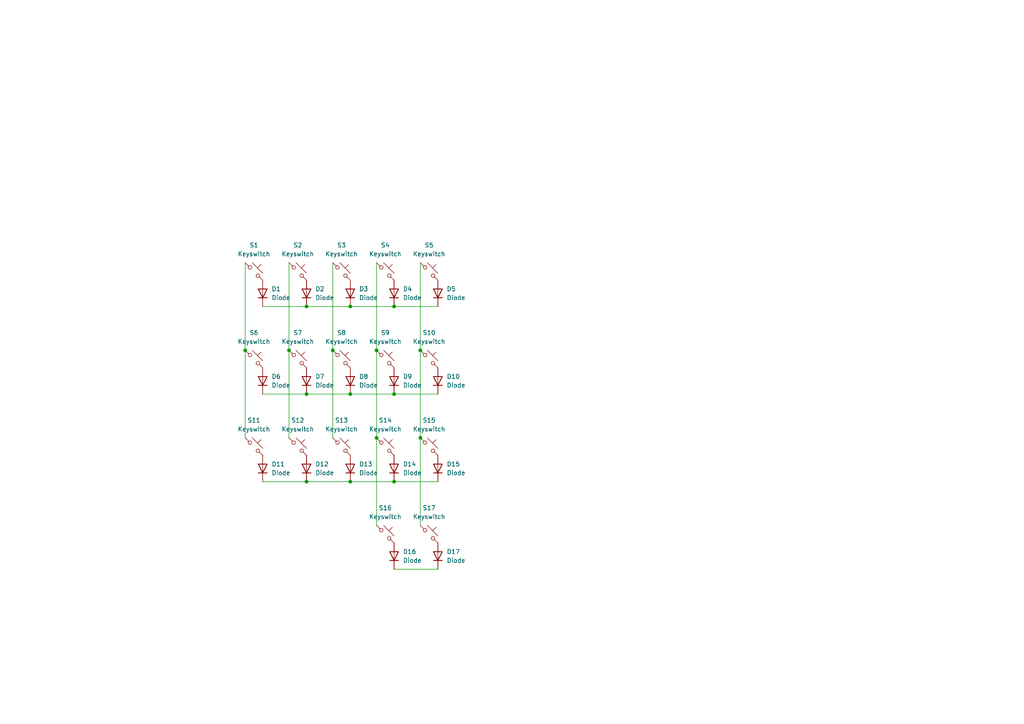
<source format=kicad_sch>
(kicad_sch (version 20230121) (generator eeschema)
  (paper "A4")
  (lib_symbols
    (symbol "ScottoKeebs:Placeholder_Diode" (pin_numbers hide) (pin_names hide)
      (property "Reference" "D" (at 0 2.54 0))
      (property "Value" "Diode" (at 0 -2.54 0))
      (symbol "Placeholder_Diode_0_1"
        (polyline (pts (xy -1.27 1.27) (xy -1.27 -1.27)) (stroke (width 0.254)))
        (polyline (pts (xy 1.27 0) (xy -1.27 0)))
        (polyline (pts (xy 1.27 1.27) (xy 1.27 -1.27) (xy -1.27 0) (xy 1.27 1.27)) (stroke (width 0.254)))
      )
      (symbol "Placeholder_Diode_1_1"
        (pin passive line (at -3.81 0 0) (length 2.54) (name "K") (number "1"))
        (pin passive line (at 3.81 0 180) (length 2.54) (name "A") (number "2"))
      )
    )
    (symbol "ScottoKeebs:Placeholder_Keyswitch" (pin_numbers hide) (pin_names (offset 1.016) hide)
      (property "Reference" "S" (at 3.048 1.016 0))
      (property "Value" "Keyswitch" (at 0 -3.81 0))
      (symbol "Placeholder_Keyswitch_0_1"
        (circle (center -1.1684 1.1684) (radius 0.508))
        (polyline (pts (xy -0.508 2.54) (xy 2.54 -0.508)))
        (polyline (pts (xy 1.016 1.016) (xy 2.032 2.032)))
        (polyline (pts (xy -2.54 2.54) (xy -1.524 1.524) (xy -1.524 1.524)))
        (polyline (pts (xy 1.524 -1.524) (xy 2.54 -2.54) (xy 2.54 -2.54) (xy 2.54 -2.54)))
        (circle (center 1.143 -1.1938) (radius 0.508))
        (pin passive line (at -2.54 2.54 0) (length 0) (name "1") (number "1"))
        (pin passive line (at 2.54 -2.54 180) (length 0) (name "2") (number "2"))
      )
    )
  )
  (junction (at 121.92 127))
  (junction (at 114.3 88.9))
  (junction (at 101.6 114.3))
  (junction (at 88.9 139.7))
  (junction (at 88.9 114.3))
  (junction (at 114.3 139.7))
  (junction (at 101.6 88.9))
  (junction (at 88.9 88.9))
  (junction (at 101.6 139.7))
  (junction (at 114.3 114.3))
  (junction (at 109.22 101.6))
  (junction (at 83.82 101.6))
  (junction (at 121.92 101.6))
  (junction (at 96.52 101.6))
  (junction (at 109.22 127))
  (junction (at 71.12 101.6))
  (wire (pts (xy 96.52 76.2) (xy 96.52 101.6)))
  (wire (pts (xy 109.22 76.2) (xy 109.22 101.6)))
  (wire (pts (xy 109.22 101.6) (xy 109.22 127)))
  (wire (pts (xy 109.22 127) (xy 109.22 152.4)))
  (wire (pts (xy 121.92 76.2) (xy 121.92 101.6)))
  (wire (pts (xy 101.6 88.9) (xy 114.3 88.9)))
  (wire (pts (xy 88.9 88.9) (xy 101.6 88.9)))
  (wire (pts (xy 71.12 76.2) (xy 71.12 101.6)))
  (wire (pts (xy 88.9 139.7) (xy 101.6 139.7)))
  (wire (pts (xy 96.52 101.6) (xy 96.52 127)))
  (wire (pts (xy 83.82 101.6) (xy 83.82 127)))
  (wire (pts (xy 76.2 88.9) (xy 88.9 88.9)))
  (wire (pts (xy 88.9 114.3) (xy 101.6 114.3)))
  (wire (pts (xy 76.2 139.7) (xy 88.9 139.7)))
  (wire (pts (xy 114.3 88.9) (xy 127 88.9)))
  (wire (pts (xy 121.92 101.6) (xy 121.92 127)))
  (wire (pts (xy 101.6 114.3) (xy 114.3 114.3)))
  (wire (pts (xy 71.12 101.6) (xy 71.12 127)))
  (wire (pts (xy 114.3 139.7) (xy 127 139.7)))
  (wire (pts (xy 76.2 114.3) (xy 88.9 114.3)))
  (wire (pts (xy 121.92 127) (xy 121.92 152.4)))
  (wire (pts (xy 101.6 139.7) (xy 114.3 139.7)))
  (wire (pts (xy 114.3 114.3) (xy 127 114.3)))
  (wire (pts (xy 114.3 165.1) (xy 127 165.1)))
  (wire (pts (xy 83.82 76.2) (xy 83.82 101.6)))
  (symbol (lib_id "ScottoKeebs:Placeholder_Diode") (at 114.3 110.49 90) (unit 1)
    (property "Reference" "D9" (at 116.84 109.22 90) (effects (justify right)))
    (property "Value" "Diode" (at 116.84 111.76 90) (effects (justify right)))
    (property "Sim.Device" "D" (effects hide))
    (property "Sim.Pins" "1=K 2=A" (effects hide))
  )
  (symbol (lib_id "ScottoKeebs:Placeholder_Keyswitch") (at 111.76 104.14 0) (unit 1)
    (property "Reference" "S9" (at 111.76 96.52 0))
    (property "Value" "Keyswitch" (at 111.76 99.06 0))
  )
  (symbol (lib_id "ScottoKeebs:Placeholder_Diode") (at 127 110.49 90) (unit 1)
    (property "Reference" "D10" (at 129.54 109.22 90) (effects (justify right)))
    (property "Value" "Diode" (at 129.54 111.76 90) (effects (justify right)))
    (property "Sim.Device" "D" (effects hide))
    (property "Sim.Pins" "1=K 2=A" (effects hide))
  )
  (symbol (lib_id "ScottoKeebs:Placeholder_Keyswitch") (at 124.46 154.94 0) (unit 1)
    (property "Reference" "S17" (at 124.46 147.32 0))
    (property "Value" "Keyswitch" (at 124.46 149.86 0))
  )
  (symbol (lib_id "ScottoKeebs:Placeholder_Keyswitch") (at 86.36 129.54 0) (unit 1)
    (property "Reference" "S12" (at 86.36 121.92 0))
    (property "Value" "Keyswitch" (at 86.36 124.46 0))
  )
  (symbol (lib_id "ScottoKeebs:Placeholder_Diode") (at 101.6 85.09 90) (unit 1)
    (property "Reference" "D3" (at 104.14 83.82 90) (effects (justify right)))
    (property "Value" "Diode" (at 104.14 86.36 90) (effects (justify right)))
    (property "Sim.Device" "D" (effects hide))
    (property "Sim.Pins" "1=K 2=A" (effects hide))
  )
  (symbol (lib_id "ScottoKeebs:Placeholder_Diode") (at 101.6 135.89 90) (unit 1)
    (property "Reference" "D13" (at 104.14 134.62 90) (effects (justify right)))
    (property "Value" "Diode" (at 104.14 137.16 90) (effects (justify right)))
    (property "Sim.Device" "D" (effects hide))
    (property "Sim.Pins" "1=K 2=A" (effects hide))
  )
  (symbol (lib_id "ScottoKeebs:Placeholder_Keyswitch") (at 99.06 129.54 0) (unit 1)
    (property "Reference" "S13" (at 99.06 121.92 0))
    (property "Value" "Keyswitch" (at 99.06 124.46 0))
  )
  (symbol (lib_id "ScottoKeebs:Placeholder_Keyswitch") (at 73.66 78.74 0) (unit 1)
    (property "Reference" "S1" (at 73.66 71.12 0))
    (property "Value" "Keyswitch" (at 73.66 73.66 0))
  )
  (symbol (lib_id "ScottoKeebs:Placeholder_Diode") (at 88.9 85.09 90) (unit 1)
    (property "Reference" "D2" (at 91.44 83.82 90) (effects (justify right)))
    (property "Value" "Diode" (at 91.44 86.36 90) (effects (justify right)))
    (property "Sim.Device" "D" (effects hide))
    (property "Sim.Pins" "1=K 2=A" (effects hide))
  )
  (symbol (lib_id "ScottoKeebs:Placeholder_Keyswitch") (at 86.36 78.74 0) (unit 1)
    (property "Reference" "S2" (at 86.36 71.12 0))
    (property "Value" "Keyswitch" (at 86.36 73.66 0))
  )
  (symbol (lib_id "ScottoKeebs:Placeholder_Keyswitch") (at 73.66 104.14 0) (unit 1)
    (property "Reference" "S6" (at 73.66 96.52 0))
    (property "Value" "Keyswitch" (at 73.66 99.06 0))
  )
  (symbol (lib_id "ScottoKeebs:Placeholder_Diode") (at 76.2 85.09 90) (unit 1)
    (property "Reference" "D1" (at 78.74 83.82 90) (effects (justify right)))
    (property "Value" "Diode" (at 78.74 86.36 90) (effects (justify right)))
    (property "Sim.Device" "D" (effects hide))
    (property "Sim.Pins" "1=K 2=A" (effects hide))
  )
  (symbol (lib_id "ScottoKeebs:Placeholder_Diode") (at 88.9 135.89 90) (unit 1)
    (property "Reference" "D12" (at 91.44 134.62 90) (effects (justify right)))
    (property "Value" "Diode" (at 91.44 137.16 90) (effects (justify right)))
    (property "Sim.Device" "D" (effects hide))
    (property "Sim.Pins" "1=K 2=A" (effects hide))
  )
  (symbol (lib_id "ScottoKeebs:Placeholder_Keyswitch") (at 124.46 129.54 0) (unit 1)
    (property "Reference" "S15" (at 124.46 121.92 0))
    (property "Value" "Keyswitch" (at 124.46 124.46 0))
  )
  (symbol (lib_id "ScottoKeebs:Placeholder_Keyswitch") (at 124.46 104.14 0) (unit 1)
    (property "Reference" "S10" (at 124.46 96.52 0))
    (property "Value" "Keyswitch" (at 124.46 99.06 0))
  )
  (symbol (lib_id "ScottoKeebs:Placeholder_Diode") (at 127 85.09 90) (unit 1)
    (property "Reference" "D5" (at 129.54 83.82 90) (effects (justify right)))
    (property "Value" "Diode" (at 129.54 86.36 90) (effects (justify right)))
    (property "Sim.Device" "D" (effects hide))
    (property "Sim.Pins" "1=K 2=A" (effects hide))
  )
  (symbol (lib_id "ScottoKeebs:Placeholder_Diode") (at 114.3 85.09 90) (unit 1)
    (property "Reference" "D4" (at 116.84 83.82 90) (effects (justify right)))
    (property "Value" "Diode" (at 116.84 86.36 90) (effects (justify right)))
    (property "Sim.Device" "D" (effects hide))
    (property "Sim.Pins" "1=K 2=A" (effects hide))
  )
  (symbol (lib_id "ScottoKeebs:Placeholder_Keyswitch") (at 111.76 154.94 0) (unit 1)
    (property "Reference" "S16" (at 111.76 147.32 0))
    (property "Value" "Keyswitch" (at 111.76 149.86 0))
  )
  (symbol (lib_id "ScottoKeebs:Placeholder_Diode") (at 127 161.29 90) (unit 1)
    (property "Reference" "D17" (at 129.54 160.02 90) (effects (justify right)))
    (property "Value" "Diode" (at 129.54 162.56 90) (effects (justify right)))
    (property "Sim.Device" "D" (effects hide))
    (property "Sim.Pins" "1=K 2=A" (effects hide))
  )
  (symbol (lib_id "ScottoKeebs:Placeholder_Diode") (at 114.3 135.89 90) (unit 1)
    (property "Reference" "D14" (at 116.84 134.62 90) (effects (justify right)))
    (property "Value" "Diode" (at 116.84 137.16 90) (effects (justify right)))
    (property "Sim.Device" "D" (effects hide))
    (property "Sim.Pins" "1=K 2=A" (effects hide))
  )
  (symbol (lib_id "ScottoKeebs:Placeholder_Keyswitch") (at 99.06 104.14 0) (unit 1)
    (property "Reference" "S8" (at 99.06 96.52 0))
    (property "Value" "Keyswitch" (at 99.06 99.06 0))
  )
  (symbol (lib_id "ScottoKeebs:Placeholder_Diode") (at 76.2 110.49 90) (unit 1)
    (property "Reference" "D6" (at 78.74 109.22 90) (effects (justify right)))
    (property "Value" "Diode" (at 78.74 111.76 90) (effects (justify right)))
    (property "Sim.Device" "D" (effects hide))
    (property "Sim.Pins" "1=K 2=A" (effects hide))
  )
  (symbol (lib_id "ScottoKeebs:Placeholder_Diode") (at 127 135.89 90) (unit 1)
    (property "Reference" "D15" (at 129.54 134.62 90) (effects (justify right)))
    (property "Value" "Diode" (at 129.54 137.16 90) (effects (justify right)))
    (property "Sim.Device" "D" (effects hide))
    (property "Sim.Pins" "1=K 2=A" (effects hide))
  )
  (symbol (lib_id "ScottoKeebs:Placeholder_Diode") (at 88.9 110.49 90) (unit 1)
    (property "Reference" "D7" (at 91.44 109.22 90) (effects (justify right)))
    (property "Value" "Diode" (at 91.44 111.76 90) (effects (justify right)))
    (property "Sim.Device" "D" (effects hide))
    (property "Sim.Pins" "1=K 2=A" (effects hide))
  )
  (symbol (lib_id "ScottoKeebs:Placeholder_Diode") (at 101.6 110.49 90) (unit 1)
    (property "Reference" "D8" (at 104.14 109.22 90) (effects (justify right)))
    (property "Value" "Diode" (at 104.14 111.76 90) (effects (justify right)))
    (property "Sim.Device" "D" (effects hide))
    (property "Sim.Pins" "1=K 2=A" (effects hide))
  )
  (symbol (lib_id "ScottoKeebs:Placeholder_Diode") (at 76.2 135.89 90) (unit 1)
    (property "Reference" "D11" (at 78.74 134.62 90) (effects (justify right)))
    (property "Value" "Diode" (at 78.74 137.16 90) (effects (justify right)))
    (property "Sim.Device" "D" (effects hide))
    (property "Sim.Pins" "1=K 2=A" (effects hide))
  )
  (symbol (lib_id "ScottoKeebs:Placeholder_Keyswitch") (at 111.76 129.54 0) (unit 1)
    (property "Reference" "S14" (at 111.76 121.92 0))
    (property "Value" "Keyswitch" (at 111.76 124.46 0))
  )
  (symbol (lib_id "ScottoKeebs:Placeholder_Keyswitch") (at 73.66 129.54 0) (unit 1)
    (property "Reference" "S11" (at 73.66 121.92 0))
    (property "Value" "Keyswitch" (at 73.66 124.46 0))
  )
  (symbol (lib_id "ScottoKeebs:Placeholder_Keyswitch") (at 86.36 104.14 0) (unit 1)
    (property "Reference" "S7" (at 86.36 96.52 0))
    (property "Value" "Keyswitch" (at 86.36 99.06 0))
  )
  (symbol (lib_id "ScottoKeebs:Placeholder_Keyswitch") (at 99.06 78.74 0) (unit 1)
    (property "Reference" "S3" (at 99.06 71.12 0))
    (property "Value" "Keyswitch" (at 99.06 73.66 0))
  )
  (symbol (lib_id "ScottoKeebs:Placeholder_Diode") (at 114.3 161.29 90) (unit 1)
    (property "Reference" "D16" (at 116.84 160.02 90) (effects (justify right)))
    (property "Value" "Diode" (at 116.84 162.56 90) (effects (justify right)))
    (property "Sim.Device" "D" (effects hide))
    (property "Sim.Pins" "1=K 2=A" (effects hide))
  )
  (symbol (lib_id "ScottoKeebs:Placeholder_Keyswitch") (at 111.76 78.74 0) (unit 1)
    (property "Reference" "S4" (at 111.76 71.12 0))
    (property "Value" "Keyswitch" (at 111.76 73.66 0))
  )
  (symbol (lib_id "ScottoKeebs:Placeholder_Keyswitch") (at 124.46 78.74 0) (unit 1)
    (property "Reference" "S5" (at 124.46 71.12 0))
    (property "Value" "Keyswitch" (at 124.46 73.66 0))
  )
)
</source>
